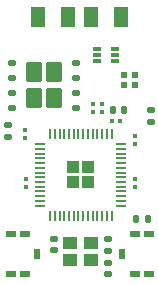
<source format=gtp>
G04 #@! TF.GenerationSoftware,KiCad,Pcbnew,(6.0.5-0)*
G04 #@! TF.CreationDate,2022-09-21T23:51:35-04:00*
G04 #@! TF.ProjectId,pico_ducky_pcb,7069636f-5f64-4756-936b-795f7063622e,rev?*
G04 #@! TF.SameCoordinates,Original*
G04 #@! TF.FileFunction,Paste,Top*
G04 #@! TF.FilePolarity,Positive*
%FSLAX46Y46*%
G04 Gerber Fmt 4.6, Leading zero omitted, Abs format (unit mm)*
G04 Created by KiCad (PCBNEW (6.0.5-0)) date 2022-09-21 23:51:35*
%MOMM*%
%LPD*%
G01*
G04 APERTURE LIST*
G04 Aperture macros list*
%AMRoundRect*
0 Rectangle with rounded corners*
0 $1 Rounding radius*
0 $2 $3 $4 $5 $6 $7 $8 $9 X,Y pos of 4 corners*
0 Add a 4 corners polygon primitive as box body*
4,1,4,$2,$3,$4,$5,$6,$7,$8,$9,$2,$3,0*
0 Add four circle primitives for the rounded corners*
1,1,$1+$1,$2,$3*
1,1,$1+$1,$4,$5*
1,1,$1+$1,$6,$7*
1,1,$1+$1,$8,$9*
0 Add four rect primitives between the rounded corners*
20,1,$1+$1,$2,$3,$4,$5,0*
20,1,$1+$1,$4,$5,$6,$7,0*
20,1,$1+$1,$6,$7,$8,$9,0*
20,1,$1+$1,$8,$9,$2,$3,0*%
G04 Aperture macros list end*
%ADD10RoundRect,0.079500X-0.100500X0.079500X-0.100500X-0.079500X0.100500X-0.079500X0.100500X0.079500X0*%
%ADD11R,0.812800X0.508000*%
%ADD12R,0.508000X0.889000*%
%ADD13R,0.500000X0.500000*%
%ADD14RoundRect,0.250000X-0.435000X-0.615000X0.435000X-0.615000X0.435000X0.615000X-0.435000X0.615000X0*%
%ADD15RoundRect,0.125000X-0.250000X-0.125000X0.250000X-0.125000X0.250000X0.125000X-0.250000X0.125000X0*%
%ADD16RoundRect,0.079500X0.100500X-0.079500X0.100500X0.079500X-0.100500X0.079500X-0.100500X-0.079500X0*%
%ADD17RoundRect,0.079500X0.079500X0.100500X-0.079500X0.100500X-0.079500X-0.100500X0.079500X-0.100500X0*%
%ADD18R,1.150000X1.000000*%
%ADD19R,0.700000X0.340000*%
%ADD20RoundRect,0.140000X0.170000X-0.140000X0.170000X0.140000X-0.170000X0.140000X-0.170000X-0.140000X0*%
%ADD21RoundRect,0.250000X-0.292217X-0.292217X0.292217X-0.292217X0.292217X0.292217X-0.292217X0.292217X0*%
%ADD22RoundRect,0.050000X-0.387500X-0.050000X0.387500X-0.050000X0.387500X0.050000X-0.387500X0.050000X0*%
%ADD23RoundRect,0.050000X-0.050000X-0.387500X0.050000X-0.387500X0.050000X0.387500X-0.050000X0.387500X0*%
%ADD24RoundRect,0.135000X0.135000X0.185000X-0.135000X0.185000X-0.135000X-0.185000X0.135000X-0.185000X0*%
%ADD25RoundRect,0.135000X0.185000X-0.135000X0.185000X0.135000X-0.185000X0.135000X-0.185000X-0.135000X0*%
%ADD26RoundRect,0.140000X-0.170000X0.140000X-0.170000X-0.140000X0.170000X-0.140000X0.170000X0.140000X0*%
%ADD27RoundRect,0.135000X-0.185000X0.135000X-0.185000X-0.135000X0.185000X-0.135000X0.185000X0.135000X0*%
%ADD28RoundRect,0.140000X0.140000X0.170000X-0.140000X0.170000X-0.140000X-0.170000X0.140000X-0.170000X0*%
%ADD29R,1.300000X1.700000*%
G04 APERTURE END LIST*
D10*
X91700000Y-54725000D03*
X91700000Y-55415000D03*
D11*
X81150001Y-62999998D03*
D12*
X83399999Y-64700000D03*
D11*
X81150001Y-66400002D03*
X82349999Y-66400002D03*
X82349999Y-62999998D03*
D13*
X90800000Y-50420000D03*
X91700000Y-50420000D03*
X91700000Y-49520000D03*
X90800000Y-49520000D03*
D14*
X83150000Y-49325000D03*
X84850000Y-49325000D03*
X84850000Y-51475000D03*
X83150000Y-51475000D03*
D15*
X81300000Y-48495000D03*
X81300000Y-49765000D03*
X81300000Y-51035000D03*
X81300000Y-52305000D03*
X86700000Y-52305000D03*
X86700000Y-51035000D03*
X86700000Y-49765000D03*
X86700000Y-48495000D03*
D16*
X88900000Y-51955000D03*
X88900000Y-52645000D03*
D17*
X90445000Y-53400000D03*
X89755000Y-53400000D03*
D18*
X86225000Y-65200000D03*
X87975000Y-65200000D03*
X87975000Y-63800000D03*
X86225000Y-63800000D03*
D19*
X88500000Y-47370000D03*
X88500000Y-47870000D03*
X88500000Y-48370000D03*
X90000000Y-48370000D03*
X90000000Y-47870000D03*
X90000000Y-47370000D03*
D10*
X82400000Y-54155000D03*
X82400000Y-54845000D03*
X82495000Y-58340000D03*
X82495000Y-59030000D03*
D20*
X89400000Y-66380000D03*
X89400000Y-65420000D03*
D21*
X87737500Y-58637500D03*
X87737500Y-57362500D03*
X86462500Y-57362500D03*
X86462500Y-58637500D03*
D22*
X83662500Y-55400000D03*
X83662500Y-55800000D03*
X83662500Y-56200000D03*
X83662500Y-56600000D03*
X83662500Y-57000000D03*
X83662500Y-57400000D03*
X83662500Y-57800000D03*
X83662500Y-58200000D03*
X83662500Y-58600000D03*
X83662500Y-59000000D03*
X83662500Y-59400000D03*
X83662500Y-59800000D03*
X83662500Y-60200000D03*
X83662500Y-60600000D03*
D23*
X84500000Y-61437500D03*
X84900000Y-61437500D03*
X85300000Y-61437500D03*
X85700000Y-61437500D03*
X86100000Y-61437500D03*
X86500000Y-61437500D03*
X86900000Y-61437500D03*
X87300000Y-61437500D03*
X87700000Y-61437500D03*
X88100000Y-61437500D03*
X88500000Y-61437500D03*
X88900000Y-61437500D03*
X89300000Y-61437500D03*
X89700000Y-61437500D03*
D22*
X90537500Y-60600000D03*
X90537500Y-60200000D03*
X90537500Y-59800000D03*
X90537500Y-59400000D03*
X90537500Y-59000000D03*
X90537500Y-58600000D03*
X90537500Y-58200000D03*
X90537500Y-57800000D03*
X90537500Y-57400000D03*
X90537500Y-57000000D03*
X90537500Y-56600000D03*
X90537500Y-56200000D03*
X90537500Y-55800000D03*
X90537500Y-55400000D03*
D23*
X89700000Y-54562500D03*
X89300000Y-54562500D03*
X88900000Y-54562500D03*
X88500000Y-54562500D03*
X88100000Y-54562500D03*
X87700000Y-54562500D03*
X87300000Y-54562500D03*
X86900000Y-54562500D03*
X86500000Y-54562500D03*
X86100000Y-54562500D03*
X85700000Y-54562500D03*
X85300000Y-54562500D03*
X84900000Y-54562500D03*
X84500000Y-54562500D03*
D11*
X92849999Y-66400002D03*
X91650001Y-62999998D03*
X92849999Y-62999998D03*
D12*
X90600001Y-64700000D03*
D11*
X91650001Y-66400002D03*
D24*
X92760000Y-61700000D03*
X91740000Y-61700000D03*
D25*
X89400000Y-64410000D03*
X89400000Y-63390000D03*
D10*
X91700000Y-59045000D03*
X91700000Y-58355000D03*
D26*
X84800000Y-63420000D03*
X84800000Y-64380000D03*
D16*
X88100000Y-51955000D03*
X88100000Y-52645000D03*
D27*
X93050000Y-52460000D03*
X93050000Y-53480000D03*
D28*
X90780000Y-52500000D03*
X89820000Y-52500000D03*
D27*
X80900000Y-53790000D03*
X80900000Y-54810000D03*
D29*
X83500000Y-44595000D03*
X86000000Y-44595000D03*
X88000000Y-44595000D03*
X90500000Y-44595000D03*
M02*

</source>
